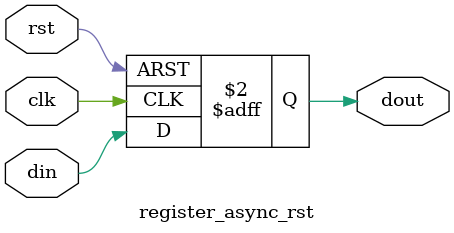
<source format=sv>

module register_async_rst #(
    parameter integer             WIDTH     = 1,
    parameter logic   [WIDTH-1:0] RESET_VAL = '0
) (
    input logic clk,
    input logic rst,

    input  logic [WIDTH-1:0] din,
    output logic [WIDTH-1:0] dout
);

  always_ff @(posedge clk or posedge rst) begin
    if (rst) begin
      dout <= RESET_VAL;
    end else begin
      dout <= din;
    end
  end

endmodule

</source>
